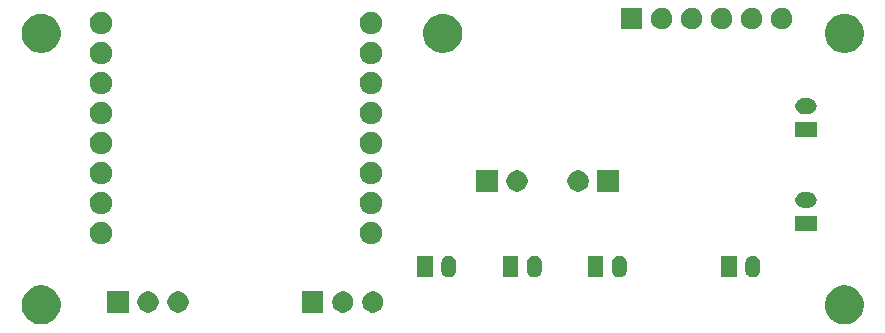
<source format=gbr>
G04 #@! TF.GenerationSoftware,KiCad,Pcbnew,(5.1.5)-3*
G04 #@! TF.CreationDate,2021-03-08T13:26:00+00:00*
G04 #@! TF.ProjectId,ESP8266ControllerCircuit,45535038-3236-4364-936f-6e74726f6c6c,rev?*
G04 #@! TF.SameCoordinates,Original*
G04 #@! TF.FileFunction,Soldermask,Bot*
G04 #@! TF.FilePolarity,Negative*
%FSLAX46Y46*%
G04 Gerber Fmt 4.6, Leading zero omitted, Abs format (unit mm)*
G04 Created by KiCad (PCBNEW (5.1.5)-3) date 2021-03-08 13:26:00*
%MOMM*%
%LPD*%
G04 APERTURE LIST*
%ADD10C,0.100000*%
G04 APERTURE END LIST*
D10*
G36*
X144375256Y-126891298D02*
G01*
X144481579Y-126912447D01*
X144782042Y-127036903D01*
X145052451Y-127217585D01*
X145282415Y-127447549D01*
X145463097Y-127717958D01*
X145574616Y-127987188D01*
X145587553Y-128018422D01*
X145651000Y-128337389D01*
X145651000Y-128662611D01*
X145618827Y-128824353D01*
X145587553Y-128981579D01*
X145463097Y-129282042D01*
X145282415Y-129552451D01*
X145052451Y-129782415D01*
X144782042Y-129963097D01*
X144481579Y-130087553D01*
X144375256Y-130108702D01*
X144162611Y-130151000D01*
X143837389Y-130151000D01*
X143624744Y-130108702D01*
X143518421Y-130087553D01*
X143217958Y-129963097D01*
X142947549Y-129782415D01*
X142717585Y-129552451D01*
X142536903Y-129282042D01*
X142412447Y-128981579D01*
X142381173Y-128824353D01*
X142349000Y-128662611D01*
X142349000Y-128337389D01*
X142412447Y-128018422D01*
X142425385Y-127987188D01*
X142536903Y-127717958D01*
X142717585Y-127447549D01*
X142947549Y-127217585D01*
X143217958Y-127036903D01*
X143518421Y-126912447D01*
X143624744Y-126891298D01*
X143837389Y-126849000D01*
X144162611Y-126849000D01*
X144375256Y-126891298D01*
G37*
G36*
X76375256Y-126891298D02*
G01*
X76481579Y-126912447D01*
X76782042Y-127036903D01*
X77052451Y-127217585D01*
X77282415Y-127447549D01*
X77463097Y-127717958D01*
X77574616Y-127987188D01*
X77587553Y-128018422D01*
X77651000Y-128337389D01*
X77651000Y-128662611D01*
X77618827Y-128824353D01*
X77587553Y-128981579D01*
X77463097Y-129282042D01*
X77282415Y-129552451D01*
X77052451Y-129782415D01*
X76782042Y-129963097D01*
X76481579Y-130087553D01*
X76375256Y-130108702D01*
X76162611Y-130151000D01*
X75837389Y-130151000D01*
X75624744Y-130108702D01*
X75518421Y-130087553D01*
X75217958Y-129963097D01*
X74947549Y-129782415D01*
X74717585Y-129552451D01*
X74536903Y-129282042D01*
X74412447Y-128981579D01*
X74381173Y-128824353D01*
X74349000Y-128662611D01*
X74349000Y-128337389D01*
X74412447Y-128018422D01*
X74425385Y-127987188D01*
X74536903Y-127717958D01*
X74717585Y-127447549D01*
X74947549Y-127217585D01*
X75217958Y-127036903D01*
X75518421Y-126912447D01*
X75624744Y-126891298D01*
X75837389Y-126849000D01*
X76162611Y-126849000D01*
X76375256Y-126891298D01*
G37*
G36*
X87693512Y-127353927D02*
G01*
X87842812Y-127383624D01*
X88006784Y-127451544D01*
X88154354Y-127550147D01*
X88279853Y-127675646D01*
X88378456Y-127823216D01*
X88446376Y-127987188D01*
X88481000Y-128161259D01*
X88481000Y-128338741D01*
X88446376Y-128512812D01*
X88378456Y-128676784D01*
X88279853Y-128824354D01*
X88154354Y-128949853D01*
X88006784Y-129048456D01*
X87842812Y-129116376D01*
X87693512Y-129146073D01*
X87668742Y-129151000D01*
X87491258Y-129151000D01*
X87466488Y-129146073D01*
X87317188Y-129116376D01*
X87153216Y-129048456D01*
X87005646Y-128949853D01*
X86880147Y-128824354D01*
X86781544Y-128676784D01*
X86713624Y-128512812D01*
X86679000Y-128338741D01*
X86679000Y-128161259D01*
X86713624Y-127987188D01*
X86781544Y-127823216D01*
X86880147Y-127675646D01*
X87005646Y-127550147D01*
X87153216Y-127451544D01*
X87317188Y-127383624D01*
X87466488Y-127353927D01*
X87491258Y-127349000D01*
X87668742Y-127349000D01*
X87693512Y-127353927D01*
G37*
G36*
X85153512Y-127353927D02*
G01*
X85302812Y-127383624D01*
X85466784Y-127451544D01*
X85614354Y-127550147D01*
X85739853Y-127675646D01*
X85838456Y-127823216D01*
X85906376Y-127987188D01*
X85941000Y-128161259D01*
X85941000Y-128338741D01*
X85906376Y-128512812D01*
X85838456Y-128676784D01*
X85739853Y-128824354D01*
X85614354Y-128949853D01*
X85466784Y-129048456D01*
X85302812Y-129116376D01*
X85153512Y-129146073D01*
X85128742Y-129151000D01*
X84951258Y-129151000D01*
X84926488Y-129146073D01*
X84777188Y-129116376D01*
X84613216Y-129048456D01*
X84465646Y-128949853D01*
X84340147Y-128824354D01*
X84241544Y-128676784D01*
X84173624Y-128512812D01*
X84139000Y-128338741D01*
X84139000Y-128161259D01*
X84173624Y-127987188D01*
X84241544Y-127823216D01*
X84340147Y-127675646D01*
X84465646Y-127550147D01*
X84613216Y-127451544D01*
X84777188Y-127383624D01*
X84926488Y-127353927D01*
X84951258Y-127349000D01*
X85128742Y-127349000D01*
X85153512Y-127353927D01*
G37*
G36*
X83401000Y-129151000D02*
G01*
X81599000Y-129151000D01*
X81599000Y-127349000D01*
X83401000Y-127349000D01*
X83401000Y-129151000D01*
G37*
G36*
X104193512Y-127353927D02*
G01*
X104342812Y-127383624D01*
X104506784Y-127451544D01*
X104654354Y-127550147D01*
X104779853Y-127675646D01*
X104878456Y-127823216D01*
X104946376Y-127987188D01*
X104981000Y-128161259D01*
X104981000Y-128338741D01*
X104946376Y-128512812D01*
X104878456Y-128676784D01*
X104779853Y-128824354D01*
X104654354Y-128949853D01*
X104506784Y-129048456D01*
X104342812Y-129116376D01*
X104193512Y-129146073D01*
X104168742Y-129151000D01*
X103991258Y-129151000D01*
X103966488Y-129146073D01*
X103817188Y-129116376D01*
X103653216Y-129048456D01*
X103505646Y-128949853D01*
X103380147Y-128824354D01*
X103281544Y-128676784D01*
X103213624Y-128512812D01*
X103179000Y-128338741D01*
X103179000Y-128161259D01*
X103213624Y-127987188D01*
X103281544Y-127823216D01*
X103380147Y-127675646D01*
X103505646Y-127550147D01*
X103653216Y-127451544D01*
X103817188Y-127383624D01*
X103966488Y-127353927D01*
X103991258Y-127349000D01*
X104168742Y-127349000D01*
X104193512Y-127353927D01*
G37*
G36*
X101653512Y-127353927D02*
G01*
X101802812Y-127383624D01*
X101966784Y-127451544D01*
X102114354Y-127550147D01*
X102239853Y-127675646D01*
X102338456Y-127823216D01*
X102406376Y-127987188D01*
X102441000Y-128161259D01*
X102441000Y-128338741D01*
X102406376Y-128512812D01*
X102338456Y-128676784D01*
X102239853Y-128824354D01*
X102114354Y-128949853D01*
X101966784Y-129048456D01*
X101802812Y-129116376D01*
X101653512Y-129146073D01*
X101628742Y-129151000D01*
X101451258Y-129151000D01*
X101426488Y-129146073D01*
X101277188Y-129116376D01*
X101113216Y-129048456D01*
X100965646Y-128949853D01*
X100840147Y-128824354D01*
X100741544Y-128676784D01*
X100673624Y-128512812D01*
X100639000Y-128338741D01*
X100639000Y-128161259D01*
X100673624Y-127987188D01*
X100741544Y-127823216D01*
X100840147Y-127675646D01*
X100965646Y-127550147D01*
X101113216Y-127451544D01*
X101277188Y-127383624D01*
X101426488Y-127353927D01*
X101451258Y-127349000D01*
X101628742Y-127349000D01*
X101653512Y-127353927D01*
G37*
G36*
X99901000Y-129151000D02*
G01*
X98099000Y-129151000D01*
X98099000Y-127349000D01*
X99901000Y-127349000D01*
X99901000Y-129151000D01*
G37*
G36*
X136377617Y-124358420D02*
G01*
X136468403Y-124385960D01*
X136500335Y-124395646D01*
X136613424Y-124456094D01*
X136712554Y-124537447D01*
X136793906Y-124636575D01*
X136854354Y-124749664D01*
X136864040Y-124781596D01*
X136891580Y-124872382D01*
X136901000Y-124968027D01*
X136901000Y-125531973D01*
X136891580Y-125627618D01*
X136864040Y-125718404D01*
X136854354Y-125750336D01*
X136793906Y-125863425D01*
X136712554Y-125962554D01*
X136613425Y-126043906D01*
X136500336Y-126104354D01*
X136468404Y-126114040D01*
X136377618Y-126141580D01*
X136250000Y-126154149D01*
X136122383Y-126141580D01*
X136031597Y-126114040D01*
X135999665Y-126104354D01*
X135886576Y-126043906D01*
X135787447Y-125962553D01*
X135706094Y-125863425D01*
X135645646Y-125750336D01*
X135635960Y-125718404D01*
X135608420Y-125627618D01*
X135599000Y-125531973D01*
X135599000Y-124968028D01*
X135608420Y-124872383D01*
X135645645Y-124749669D01*
X135645646Y-124749665D01*
X135706094Y-124636576D01*
X135787447Y-124537446D01*
X135886575Y-124456094D01*
X135999664Y-124395646D01*
X136031596Y-124385960D01*
X136122382Y-124358420D01*
X136250000Y-124345851D01*
X136377617Y-124358420D01*
G37*
G36*
X110627617Y-124358420D02*
G01*
X110718403Y-124385960D01*
X110750335Y-124395646D01*
X110863424Y-124456094D01*
X110962554Y-124537447D01*
X111043906Y-124636575D01*
X111104354Y-124749664D01*
X111114040Y-124781596D01*
X111141580Y-124872382D01*
X111151000Y-124968027D01*
X111151000Y-125531973D01*
X111141580Y-125627618D01*
X111114040Y-125718404D01*
X111104354Y-125750336D01*
X111043906Y-125863425D01*
X110962554Y-125962554D01*
X110863425Y-126043906D01*
X110750336Y-126104354D01*
X110718404Y-126114040D01*
X110627618Y-126141580D01*
X110500000Y-126154149D01*
X110372383Y-126141580D01*
X110281597Y-126114040D01*
X110249665Y-126104354D01*
X110136576Y-126043906D01*
X110037447Y-125962553D01*
X109956094Y-125863425D01*
X109895646Y-125750336D01*
X109885960Y-125718404D01*
X109858420Y-125627618D01*
X109849000Y-125531973D01*
X109849000Y-124968028D01*
X109858420Y-124872383D01*
X109895645Y-124749669D01*
X109895646Y-124749665D01*
X109956094Y-124636576D01*
X110037447Y-124537446D01*
X110136575Y-124456094D01*
X110249664Y-124395646D01*
X110281596Y-124385960D01*
X110372382Y-124358420D01*
X110500000Y-124345851D01*
X110627617Y-124358420D01*
G37*
G36*
X117877617Y-124358420D02*
G01*
X117968403Y-124385960D01*
X118000335Y-124395646D01*
X118113424Y-124456094D01*
X118212554Y-124537447D01*
X118293906Y-124636575D01*
X118354354Y-124749664D01*
X118364040Y-124781596D01*
X118391580Y-124872382D01*
X118401000Y-124968027D01*
X118401000Y-125531973D01*
X118391580Y-125627618D01*
X118364040Y-125718404D01*
X118354354Y-125750336D01*
X118293906Y-125863425D01*
X118212554Y-125962554D01*
X118113425Y-126043906D01*
X118000336Y-126104354D01*
X117968404Y-126114040D01*
X117877618Y-126141580D01*
X117750000Y-126154149D01*
X117622383Y-126141580D01*
X117531597Y-126114040D01*
X117499665Y-126104354D01*
X117386576Y-126043906D01*
X117287447Y-125962553D01*
X117206094Y-125863425D01*
X117145646Y-125750336D01*
X117135960Y-125718404D01*
X117108420Y-125627618D01*
X117099000Y-125531973D01*
X117099000Y-124968028D01*
X117108420Y-124872383D01*
X117145645Y-124749669D01*
X117145646Y-124749665D01*
X117206094Y-124636576D01*
X117287447Y-124537446D01*
X117386575Y-124456094D01*
X117499664Y-124395646D01*
X117531596Y-124385960D01*
X117622382Y-124358420D01*
X117750000Y-124345851D01*
X117877617Y-124358420D01*
G37*
G36*
X125077617Y-124358420D02*
G01*
X125168403Y-124385960D01*
X125200335Y-124395646D01*
X125313424Y-124456094D01*
X125412554Y-124537447D01*
X125493906Y-124636575D01*
X125554354Y-124749664D01*
X125564040Y-124781596D01*
X125591580Y-124872382D01*
X125601000Y-124968027D01*
X125601000Y-125531973D01*
X125591580Y-125627618D01*
X125564040Y-125718404D01*
X125554354Y-125750336D01*
X125493906Y-125863425D01*
X125412554Y-125962554D01*
X125313425Y-126043906D01*
X125200336Y-126104354D01*
X125168404Y-126114040D01*
X125077618Y-126141580D01*
X124950000Y-126154149D01*
X124822383Y-126141580D01*
X124731597Y-126114040D01*
X124699665Y-126104354D01*
X124586576Y-126043906D01*
X124487447Y-125962553D01*
X124406094Y-125863425D01*
X124345646Y-125750336D01*
X124335960Y-125718404D01*
X124308420Y-125627618D01*
X124299000Y-125531973D01*
X124299000Y-124968028D01*
X124308420Y-124872383D01*
X124345645Y-124749669D01*
X124345646Y-124749665D01*
X124406094Y-124636576D01*
X124487447Y-124537446D01*
X124586575Y-124456094D01*
X124699664Y-124395646D01*
X124731596Y-124385960D01*
X124822382Y-124358420D01*
X124950000Y-124345851D01*
X125077617Y-124358420D01*
G37*
G36*
X134901000Y-126151000D02*
G01*
X133599000Y-126151000D01*
X133599000Y-124349000D01*
X134901000Y-124349000D01*
X134901000Y-126151000D01*
G37*
G36*
X116401000Y-126151000D02*
G01*
X115099000Y-126151000D01*
X115099000Y-124349000D01*
X116401000Y-124349000D01*
X116401000Y-126151000D01*
G37*
G36*
X123601000Y-126151000D02*
G01*
X122299000Y-126151000D01*
X122299000Y-124349000D01*
X123601000Y-124349000D01*
X123601000Y-126151000D01*
G37*
G36*
X109151000Y-126151000D02*
G01*
X107849000Y-126151000D01*
X107849000Y-124349000D01*
X109151000Y-124349000D01*
X109151000Y-126151000D01*
G37*
G36*
X104207395Y-121475546D02*
G01*
X104380466Y-121547234D01*
X104380467Y-121547235D01*
X104536227Y-121651310D01*
X104668690Y-121783773D01*
X104668691Y-121783775D01*
X104772766Y-121939534D01*
X104844454Y-122112605D01*
X104881000Y-122296333D01*
X104881000Y-122483667D01*
X104844454Y-122667395D01*
X104772766Y-122840466D01*
X104772765Y-122840467D01*
X104668690Y-122996227D01*
X104536227Y-123128690D01*
X104457818Y-123181081D01*
X104380466Y-123232766D01*
X104207395Y-123304454D01*
X104023667Y-123341000D01*
X103836333Y-123341000D01*
X103652605Y-123304454D01*
X103479534Y-123232766D01*
X103402182Y-123181081D01*
X103323773Y-123128690D01*
X103191310Y-122996227D01*
X103087235Y-122840467D01*
X103087234Y-122840466D01*
X103015546Y-122667395D01*
X102979000Y-122483667D01*
X102979000Y-122296333D01*
X103015546Y-122112605D01*
X103087234Y-121939534D01*
X103191309Y-121783775D01*
X103191310Y-121783773D01*
X103323773Y-121651310D01*
X103479533Y-121547235D01*
X103479534Y-121547234D01*
X103652605Y-121475546D01*
X103836333Y-121439000D01*
X104023667Y-121439000D01*
X104207395Y-121475546D01*
G37*
G36*
X81347395Y-121475546D02*
G01*
X81520466Y-121547234D01*
X81520467Y-121547235D01*
X81676227Y-121651310D01*
X81808690Y-121783773D01*
X81808691Y-121783775D01*
X81912766Y-121939534D01*
X81984454Y-122112605D01*
X82021000Y-122296333D01*
X82021000Y-122483667D01*
X81984454Y-122667395D01*
X81912766Y-122840466D01*
X81912765Y-122840467D01*
X81808690Y-122996227D01*
X81676227Y-123128690D01*
X81597818Y-123181081D01*
X81520466Y-123232766D01*
X81347395Y-123304454D01*
X81163667Y-123341000D01*
X80976333Y-123341000D01*
X80792605Y-123304454D01*
X80619534Y-123232766D01*
X80542182Y-123181081D01*
X80463773Y-123128690D01*
X80331310Y-122996227D01*
X80227235Y-122840467D01*
X80227234Y-122840466D01*
X80155546Y-122667395D01*
X80119000Y-122483667D01*
X80119000Y-122296333D01*
X80155546Y-122112605D01*
X80227234Y-121939534D01*
X80331309Y-121783775D01*
X80331310Y-121783773D01*
X80463773Y-121651310D01*
X80619533Y-121547235D01*
X80619534Y-121547234D01*
X80792605Y-121475546D01*
X80976333Y-121439000D01*
X81163667Y-121439000D01*
X81347395Y-121475546D01*
G37*
G36*
X141651000Y-122251000D02*
G01*
X139849000Y-122251000D01*
X139849000Y-120949000D01*
X141651000Y-120949000D01*
X141651000Y-122251000D01*
G37*
G36*
X81347395Y-118935546D02*
G01*
X81520466Y-119007234D01*
X81520467Y-119007235D01*
X81676227Y-119111310D01*
X81808690Y-119243773D01*
X81808691Y-119243775D01*
X81912766Y-119399534D01*
X81984454Y-119572605D01*
X82021000Y-119756333D01*
X82021000Y-119943667D01*
X81984454Y-120127395D01*
X81912766Y-120300466D01*
X81912765Y-120300467D01*
X81808690Y-120456227D01*
X81676227Y-120588690D01*
X81597818Y-120641081D01*
X81520466Y-120692766D01*
X81347395Y-120764454D01*
X81163667Y-120801000D01*
X80976333Y-120801000D01*
X80792605Y-120764454D01*
X80619534Y-120692766D01*
X80542182Y-120641081D01*
X80463773Y-120588690D01*
X80331310Y-120456227D01*
X80227235Y-120300467D01*
X80227234Y-120300466D01*
X80155546Y-120127395D01*
X80119000Y-119943667D01*
X80119000Y-119756333D01*
X80155546Y-119572605D01*
X80227234Y-119399534D01*
X80331309Y-119243775D01*
X80331310Y-119243773D01*
X80463773Y-119111310D01*
X80619533Y-119007235D01*
X80619534Y-119007234D01*
X80792605Y-118935546D01*
X80976333Y-118899000D01*
X81163667Y-118899000D01*
X81347395Y-118935546D01*
G37*
G36*
X104207395Y-118935546D02*
G01*
X104380466Y-119007234D01*
X104380467Y-119007235D01*
X104536227Y-119111310D01*
X104668690Y-119243773D01*
X104668691Y-119243775D01*
X104772766Y-119399534D01*
X104844454Y-119572605D01*
X104881000Y-119756333D01*
X104881000Y-119943667D01*
X104844454Y-120127395D01*
X104772766Y-120300466D01*
X104772765Y-120300467D01*
X104668690Y-120456227D01*
X104536227Y-120588690D01*
X104457818Y-120641081D01*
X104380466Y-120692766D01*
X104207395Y-120764454D01*
X104023667Y-120801000D01*
X103836333Y-120801000D01*
X103652605Y-120764454D01*
X103479534Y-120692766D01*
X103402182Y-120641081D01*
X103323773Y-120588690D01*
X103191310Y-120456227D01*
X103087235Y-120300467D01*
X103087234Y-120300466D01*
X103015546Y-120127395D01*
X102979000Y-119943667D01*
X102979000Y-119756333D01*
X103015546Y-119572605D01*
X103087234Y-119399534D01*
X103191309Y-119243775D01*
X103191310Y-119243773D01*
X103323773Y-119111310D01*
X103479533Y-119007235D01*
X103479534Y-119007234D01*
X103652605Y-118935546D01*
X103836333Y-118899000D01*
X104023667Y-118899000D01*
X104207395Y-118935546D01*
G37*
G36*
X141063855Y-118952140D02*
G01*
X141127618Y-118958420D01*
X141218404Y-118985960D01*
X141250336Y-118995646D01*
X141363425Y-119056094D01*
X141462554Y-119137446D01*
X141543906Y-119236575D01*
X141604354Y-119349664D01*
X141604355Y-119349668D01*
X141641580Y-119472382D01*
X141654149Y-119600000D01*
X141641580Y-119727618D01*
X141614040Y-119818404D01*
X141604354Y-119850336D01*
X141543906Y-119963425D01*
X141462554Y-120062554D01*
X141363425Y-120143906D01*
X141250336Y-120204354D01*
X141218404Y-120214040D01*
X141127618Y-120241580D01*
X141063855Y-120247860D01*
X141031974Y-120251000D01*
X140468026Y-120251000D01*
X140436145Y-120247860D01*
X140372382Y-120241580D01*
X140281596Y-120214040D01*
X140249664Y-120204354D01*
X140136575Y-120143906D01*
X140037446Y-120062554D01*
X139956094Y-119963425D01*
X139895646Y-119850336D01*
X139885960Y-119818404D01*
X139858420Y-119727618D01*
X139845851Y-119600000D01*
X139858420Y-119472382D01*
X139895645Y-119349668D01*
X139895646Y-119349664D01*
X139956094Y-119236575D01*
X140037446Y-119137446D01*
X140136575Y-119056094D01*
X140249664Y-118995646D01*
X140281596Y-118985960D01*
X140372382Y-118958420D01*
X140436145Y-118952140D01*
X140468026Y-118949000D01*
X141031974Y-118949000D01*
X141063855Y-118952140D01*
G37*
G36*
X114651000Y-118901000D02*
G01*
X112849000Y-118901000D01*
X112849000Y-117099000D01*
X114651000Y-117099000D01*
X114651000Y-118901000D01*
G37*
G36*
X116403512Y-117103927D02*
G01*
X116552812Y-117133624D01*
X116716784Y-117201544D01*
X116864354Y-117300147D01*
X116989853Y-117425646D01*
X117088456Y-117573216D01*
X117156376Y-117737188D01*
X117191000Y-117911259D01*
X117191000Y-118088741D01*
X117156376Y-118262812D01*
X117088456Y-118426784D01*
X116989853Y-118574354D01*
X116864354Y-118699853D01*
X116716784Y-118798456D01*
X116552812Y-118866376D01*
X116403512Y-118896073D01*
X116378742Y-118901000D01*
X116201258Y-118901000D01*
X116176488Y-118896073D01*
X116027188Y-118866376D01*
X115863216Y-118798456D01*
X115715646Y-118699853D01*
X115590147Y-118574354D01*
X115491544Y-118426784D01*
X115423624Y-118262812D01*
X115389000Y-118088741D01*
X115389000Y-117911259D01*
X115423624Y-117737188D01*
X115491544Y-117573216D01*
X115590147Y-117425646D01*
X115715646Y-117300147D01*
X115863216Y-117201544D01*
X116027188Y-117133624D01*
X116176488Y-117103927D01*
X116201258Y-117099000D01*
X116378742Y-117099000D01*
X116403512Y-117103927D01*
G37*
G36*
X121573512Y-117103927D02*
G01*
X121722812Y-117133624D01*
X121886784Y-117201544D01*
X122034354Y-117300147D01*
X122159853Y-117425646D01*
X122258456Y-117573216D01*
X122326376Y-117737188D01*
X122361000Y-117911259D01*
X122361000Y-118088741D01*
X122326376Y-118262812D01*
X122258456Y-118426784D01*
X122159853Y-118574354D01*
X122034354Y-118699853D01*
X121886784Y-118798456D01*
X121722812Y-118866376D01*
X121573512Y-118896073D01*
X121548742Y-118901000D01*
X121371258Y-118901000D01*
X121346488Y-118896073D01*
X121197188Y-118866376D01*
X121033216Y-118798456D01*
X120885646Y-118699853D01*
X120760147Y-118574354D01*
X120661544Y-118426784D01*
X120593624Y-118262812D01*
X120559000Y-118088741D01*
X120559000Y-117911259D01*
X120593624Y-117737188D01*
X120661544Y-117573216D01*
X120760147Y-117425646D01*
X120885646Y-117300147D01*
X121033216Y-117201544D01*
X121197188Y-117133624D01*
X121346488Y-117103927D01*
X121371258Y-117099000D01*
X121548742Y-117099000D01*
X121573512Y-117103927D01*
G37*
G36*
X124901000Y-118901000D02*
G01*
X123099000Y-118901000D01*
X123099000Y-117099000D01*
X124901000Y-117099000D01*
X124901000Y-118901000D01*
G37*
G36*
X81347395Y-116395546D02*
G01*
X81520466Y-116467234D01*
X81520467Y-116467235D01*
X81676227Y-116571310D01*
X81808690Y-116703773D01*
X81808691Y-116703775D01*
X81912766Y-116859534D01*
X81984454Y-117032605D01*
X82021000Y-117216333D01*
X82021000Y-117403667D01*
X81984454Y-117587395D01*
X81912766Y-117760466D01*
X81912765Y-117760467D01*
X81808690Y-117916227D01*
X81676227Y-118048690D01*
X81616286Y-118088741D01*
X81520466Y-118152766D01*
X81347395Y-118224454D01*
X81163667Y-118261000D01*
X80976333Y-118261000D01*
X80792605Y-118224454D01*
X80619534Y-118152766D01*
X80523714Y-118088741D01*
X80463773Y-118048690D01*
X80331310Y-117916227D01*
X80227235Y-117760467D01*
X80227234Y-117760466D01*
X80155546Y-117587395D01*
X80119000Y-117403667D01*
X80119000Y-117216333D01*
X80155546Y-117032605D01*
X80227234Y-116859534D01*
X80331309Y-116703775D01*
X80331310Y-116703773D01*
X80463773Y-116571310D01*
X80619533Y-116467235D01*
X80619534Y-116467234D01*
X80792605Y-116395546D01*
X80976333Y-116359000D01*
X81163667Y-116359000D01*
X81347395Y-116395546D01*
G37*
G36*
X104207395Y-116395546D02*
G01*
X104380466Y-116467234D01*
X104380467Y-116467235D01*
X104536227Y-116571310D01*
X104668690Y-116703773D01*
X104668691Y-116703775D01*
X104772766Y-116859534D01*
X104844454Y-117032605D01*
X104881000Y-117216333D01*
X104881000Y-117403667D01*
X104844454Y-117587395D01*
X104772766Y-117760466D01*
X104772765Y-117760467D01*
X104668690Y-117916227D01*
X104536227Y-118048690D01*
X104476286Y-118088741D01*
X104380466Y-118152766D01*
X104207395Y-118224454D01*
X104023667Y-118261000D01*
X103836333Y-118261000D01*
X103652605Y-118224454D01*
X103479534Y-118152766D01*
X103383714Y-118088741D01*
X103323773Y-118048690D01*
X103191310Y-117916227D01*
X103087235Y-117760467D01*
X103087234Y-117760466D01*
X103015546Y-117587395D01*
X102979000Y-117403667D01*
X102979000Y-117216333D01*
X103015546Y-117032605D01*
X103087234Y-116859534D01*
X103191309Y-116703775D01*
X103191310Y-116703773D01*
X103323773Y-116571310D01*
X103479533Y-116467235D01*
X103479534Y-116467234D01*
X103652605Y-116395546D01*
X103836333Y-116359000D01*
X104023667Y-116359000D01*
X104207395Y-116395546D01*
G37*
G36*
X81347395Y-113855546D02*
G01*
X81520466Y-113927234D01*
X81520467Y-113927235D01*
X81676227Y-114031310D01*
X81808690Y-114163773D01*
X81808691Y-114163775D01*
X81912766Y-114319534D01*
X81984454Y-114492605D01*
X82021000Y-114676333D01*
X82021000Y-114863667D01*
X81984454Y-115047395D01*
X81912766Y-115220466D01*
X81912765Y-115220467D01*
X81808690Y-115376227D01*
X81676227Y-115508690D01*
X81597818Y-115561081D01*
X81520466Y-115612766D01*
X81347395Y-115684454D01*
X81163667Y-115721000D01*
X80976333Y-115721000D01*
X80792605Y-115684454D01*
X80619534Y-115612766D01*
X80542182Y-115561081D01*
X80463773Y-115508690D01*
X80331310Y-115376227D01*
X80227235Y-115220467D01*
X80227234Y-115220466D01*
X80155546Y-115047395D01*
X80119000Y-114863667D01*
X80119000Y-114676333D01*
X80155546Y-114492605D01*
X80227234Y-114319534D01*
X80331309Y-114163775D01*
X80331310Y-114163773D01*
X80463773Y-114031310D01*
X80619533Y-113927235D01*
X80619534Y-113927234D01*
X80792605Y-113855546D01*
X80976333Y-113819000D01*
X81163667Y-113819000D01*
X81347395Y-113855546D01*
G37*
G36*
X104207395Y-113855546D02*
G01*
X104380466Y-113927234D01*
X104380467Y-113927235D01*
X104536227Y-114031310D01*
X104668690Y-114163773D01*
X104668691Y-114163775D01*
X104772766Y-114319534D01*
X104844454Y-114492605D01*
X104881000Y-114676333D01*
X104881000Y-114863667D01*
X104844454Y-115047395D01*
X104772766Y-115220466D01*
X104772765Y-115220467D01*
X104668690Y-115376227D01*
X104536227Y-115508690D01*
X104457818Y-115561081D01*
X104380466Y-115612766D01*
X104207395Y-115684454D01*
X104023667Y-115721000D01*
X103836333Y-115721000D01*
X103652605Y-115684454D01*
X103479534Y-115612766D01*
X103402182Y-115561081D01*
X103323773Y-115508690D01*
X103191310Y-115376227D01*
X103087235Y-115220467D01*
X103087234Y-115220466D01*
X103015546Y-115047395D01*
X102979000Y-114863667D01*
X102979000Y-114676333D01*
X103015546Y-114492605D01*
X103087234Y-114319534D01*
X103191309Y-114163775D01*
X103191310Y-114163773D01*
X103323773Y-114031310D01*
X103479533Y-113927235D01*
X103479534Y-113927234D01*
X103652605Y-113855546D01*
X103836333Y-113819000D01*
X104023667Y-113819000D01*
X104207395Y-113855546D01*
G37*
G36*
X141651000Y-114301000D02*
G01*
X139849000Y-114301000D01*
X139849000Y-112999000D01*
X141651000Y-112999000D01*
X141651000Y-114301000D01*
G37*
G36*
X81347395Y-111315546D02*
G01*
X81520466Y-111387234D01*
X81597818Y-111438919D01*
X81676227Y-111491310D01*
X81808690Y-111623773D01*
X81808691Y-111623775D01*
X81912766Y-111779534D01*
X81984454Y-111952605D01*
X82021000Y-112136333D01*
X82021000Y-112323667D01*
X81984454Y-112507395D01*
X81912766Y-112680466D01*
X81912765Y-112680467D01*
X81808690Y-112836227D01*
X81676227Y-112968690D01*
X81597818Y-113021081D01*
X81520466Y-113072766D01*
X81347395Y-113144454D01*
X81163667Y-113181000D01*
X80976333Y-113181000D01*
X80792605Y-113144454D01*
X80619534Y-113072766D01*
X80542182Y-113021081D01*
X80463773Y-112968690D01*
X80331310Y-112836227D01*
X80227235Y-112680467D01*
X80227234Y-112680466D01*
X80155546Y-112507395D01*
X80119000Y-112323667D01*
X80119000Y-112136333D01*
X80155546Y-111952605D01*
X80227234Y-111779534D01*
X80331309Y-111623775D01*
X80331310Y-111623773D01*
X80463773Y-111491310D01*
X80542182Y-111438919D01*
X80619534Y-111387234D01*
X80792605Y-111315546D01*
X80976333Y-111279000D01*
X81163667Y-111279000D01*
X81347395Y-111315546D01*
G37*
G36*
X104207395Y-111315546D02*
G01*
X104380466Y-111387234D01*
X104457818Y-111438919D01*
X104536227Y-111491310D01*
X104668690Y-111623773D01*
X104668691Y-111623775D01*
X104772766Y-111779534D01*
X104844454Y-111952605D01*
X104881000Y-112136333D01*
X104881000Y-112323667D01*
X104844454Y-112507395D01*
X104772766Y-112680466D01*
X104772765Y-112680467D01*
X104668690Y-112836227D01*
X104536227Y-112968690D01*
X104457818Y-113021081D01*
X104380466Y-113072766D01*
X104207395Y-113144454D01*
X104023667Y-113181000D01*
X103836333Y-113181000D01*
X103652605Y-113144454D01*
X103479534Y-113072766D01*
X103402182Y-113021081D01*
X103323773Y-112968690D01*
X103191310Y-112836227D01*
X103087235Y-112680467D01*
X103087234Y-112680466D01*
X103015546Y-112507395D01*
X102979000Y-112323667D01*
X102979000Y-112136333D01*
X103015546Y-111952605D01*
X103087234Y-111779534D01*
X103191309Y-111623775D01*
X103191310Y-111623773D01*
X103323773Y-111491310D01*
X103402182Y-111438919D01*
X103479534Y-111387234D01*
X103652605Y-111315546D01*
X103836333Y-111279000D01*
X104023667Y-111279000D01*
X104207395Y-111315546D01*
G37*
G36*
X141063855Y-111002140D02*
G01*
X141127618Y-111008420D01*
X141218404Y-111035960D01*
X141250336Y-111045646D01*
X141363425Y-111106094D01*
X141462554Y-111187446D01*
X141543906Y-111286575D01*
X141604354Y-111399664D01*
X141604355Y-111399668D01*
X141641580Y-111522382D01*
X141654149Y-111650000D01*
X141641580Y-111777618D01*
X141614040Y-111868404D01*
X141604354Y-111900336D01*
X141543906Y-112013425D01*
X141462554Y-112112554D01*
X141363425Y-112193906D01*
X141250336Y-112254354D01*
X141218404Y-112264040D01*
X141127618Y-112291580D01*
X141063855Y-112297860D01*
X141031974Y-112301000D01*
X140468026Y-112301000D01*
X140436145Y-112297860D01*
X140372382Y-112291580D01*
X140281596Y-112264040D01*
X140249664Y-112254354D01*
X140136575Y-112193906D01*
X140037446Y-112112554D01*
X139956094Y-112013425D01*
X139895646Y-111900336D01*
X139885960Y-111868404D01*
X139858420Y-111777618D01*
X139845851Y-111650000D01*
X139858420Y-111522382D01*
X139895645Y-111399668D01*
X139895646Y-111399664D01*
X139956094Y-111286575D01*
X140037446Y-111187446D01*
X140136575Y-111106094D01*
X140249664Y-111045646D01*
X140281596Y-111035960D01*
X140372382Y-111008420D01*
X140436145Y-111002140D01*
X140468026Y-110999000D01*
X141031974Y-110999000D01*
X141063855Y-111002140D01*
G37*
G36*
X81347395Y-108775546D02*
G01*
X81520466Y-108847234D01*
X81520467Y-108847235D01*
X81676227Y-108951310D01*
X81808690Y-109083773D01*
X81808691Y-109083775D01*
X81912766Y-109239534D01*
X81984454Y-109412605D01*
X82021000Y-109596333D01*
X82021000Y-109783667D01*
X81984454Y-109967395D01*
X81912766Y-110140466D01*
X81912765Y-110140467D01*
X81808690Y-110296227D01*
X81676227Y-110428690D01*
X81597818Y-110481081D01*
X81520466Y-110532766D01*
X81347395Y-110604454D01*
X81163667Y-110641000D01*
X80976333Y-110641000D01*
X80792605Y-110604454D01*
X80619534Y-110532766D01*
X80542182Y-110481081D01*
X80463773Y-110428690D01*
X80331310Y-110296227D01*
X80227235Y-110140467D01*
X80227234Y-110140466D01*
X80155546Y-109967395D01*
X80119000Y-109783667D01*
X80119000Y-109596333D01*
X80155546Y-109412605D01*
X80227234Y-109239534D01*
X80331309Y-109083775D01*
X80331310Y-109083773D01*
X80463773Y-108951310D01*
X80619533Y-108847235D01*
X80619534Y-108847234D01*
X80792605Y-108775546D01*
X80976333Y-108739000D01*
X81163667Y-108739000D01*
X81347395Y-108775546D01*
G37*
G36*
X104207395Y-108775546D02*
G01*
X104380466Y-108847234D01*
X104380467Y-108847235D01*
X104536227Y-108951310D01*
X104668690Y-109083773D01*
X104668691Y-109083775D01*
X104772766Y-109239534D01*
X104844454Y-109412605D01*
X104881000Y-109596333D01*
X104881000Y-109783667D01*
X104844454Y-109967395D01*
X104772766Y-110140466D01*
X104772765Y-110140467D01*
X104668690Y-110296227D01*
X104536227Y-110428690D01*
X104457818Y-110481081D01*
X104380466Y-110532766D01*
X104207395Y-110604454D01*
X104023667Y-110641000D01*
X103836333Y-110641000D01*
X103652605Y-110604454D01*
X103479534Y-110532766D01*
X103402182Y-110481081D01*
X103323773Y-110428690D01*
X103191310Y-110296227D01*
X103087235Y-110140467D01*
X103087234Y-110140466D01*
X103015546Y-109967395D01*
X102979000Y-109783667D01*
X102979000Y-109596333D01*
X103015546Y-109412605D01*
X103087234Y-109239534D01*
X103191309Y-109083775D01*
X103191310Y-109083773D01*
X103323773Y-108951310D01*
X103479533Y-108847235D01*
X103479534Y-108847234D01*
X103652605Y-108775546D01*
X103836333Y-108739000D01*
X104023667Y-108739000D01*
X104207395Y-108775546D01*
G37*
G36*
X81347395Y-106235546D02*
G01*
X81520466Y-106307234D01*
X81520467Y-106307235D01*
X81676227Y-106411310D01*
X81808690Y-106543773D01*
X81808691Y-106543775D01*
X81912766Y-106699534D01*
X81984454Y-106872605D01*
X82021000Y-107056333D01*
X82021000Y-107243667D01*
X81984454Y-107427395D01*
X81912766Y-107600466D01*
X81912765Y-107600467D01*
X81808690Y-107756227D01*
X81676227Y-107888690D01*
X81597818Y-107941081D01*
X81520466Y-107992766D01*
X81347395Y-108064454D01*
X81163667Y-108101000D01*
X80976333Y-108101000D01*
X80792605Y-108064454D01*
X80619534Y-107992766D01*
X80542182Y-107941081D01*
X80463773Y-107888690D01*
X80331310Y-107756227D01*
X80227235Y-107600467D01*
X80227234Y-107600466D01*
X80155546Y-107427395D01*
X80119000Y-107243667D01*
X80119000Y-107056333D01*
X80155546Y-106872605D01*
X80227234Y-106699534D01*
X80331309Y-106543775D01*
X80331310Y-106543773D01*
X80463773Y-106411310D01*
X80619533Y-106307235D01*
X80619534Y-106307234D01*
X80792605Y-106235546D01*
X80976333Y-106199000D01*
X81163667Y-106199000D01*
X81347395Y-106235546D01*
G37*
G36*
X104207395Y-106235546D02*
G01*
X104380466Y-106307234D01*
X104380467Y-106307235D01*
X104536227Y-106411310D01*
X104668690Y-106543773D01*
X104668691Y-106543775D01*
X104772766Y-106699534D01*
X104844454Y-106872605D01*
X104881000Y-107056333D01*
X104881000Y-107243667D01*
X104844454Y-107427395D01*
X104772766Y-107600466D01*
X104772765Y-107600467D01*
X104668690Y-107756227D01*
X104536227Y-107888690D01*
X104457818Y-107941081D01*
X104380466Y-107992766D01*
X104207395Y-108064454D01*
X104023667Y-108101000D01*
X103836333Y-108101000D01*
X103652605Y-108064454D01*
X103479534Y-107992766D01*
X103402182Y-107941081D01*
X103323773Y-107888690D01*
X103191310Y-107756227D01*
X103087235Y-107600467D01*
X103087234Y-107600466D01*
X103015546Y-107427395D01*
X102979000Y-107243667D01*
X102979000Y-107056333D01*
X103015546Y-106872605D01*
X103087234Y-106699534D01*
X103191309Y-106543775D01*
X103191310Y-106543773D01*
X103323773Y-106411310D01*
X103479533Y-106307235D01*
X103479534Y-106307234D01*
X103652605Y-106235546D01*
X103836333Y-106199000D01*
X104023667Y-106199000D01*
X104207395Y-106235546D01*
G37*
G36*
X76375256Y-103891298D02*
G01*
X76481579Y-103912447D01*
X76782042Y-104036903D01*
X77052451Y-104217585D01*
X77282415Y-104447549D01*
X77463097Y-104717958D01*
X77587553Y-105018421D01*
X77651000Y-105337391D01*
X77651000Y-105662609D01*
X77587553Y-105981579D01*
X77463097Y-106282042D01*
X77282415Y-106552451D01*
X77052451Y-106782415D01*
X76782042Y-106963097D01*
X76481579Y-107087553D01*
X76375256Y-107108702D01*
X76162611Y-107151000D01*
X75837389Y-107151000D01*
X75624744Y-107108702D01*
X75518421Y-107087553D01*
X75217958Y-106963097D01*
X74947549Y-106782415D01*
X74717585Y-106552451D01*
X74536903Y-106282042D01*
X74412447Y-105981579D01*
X74349000Y-105662609D01*
X74349000Y-105337391D01*
X74412447Y-105018421D01*
X74536903Y-104717958D01*
X74717585Y-104447549D01*
X74947549Y-104217585D01*
X75217958Y-104036903D01*
X75518421Y-103912447D01*
X75624744Y-103891298D01*
X75837389Y-103849000D01*
X76162611Y-103849000D01*
X76375256Y-103891298D01*
G37*
G36*
X144375256Y-103891298D02*
G01*
X144481579Y-103912447D01*
X144782042Y-104036903D01*
X145052451Y-104217585D01*
X145282415Y-104447549D01*
X145463097Y-104717958D01*
X145587553Y-105018421D01*
X145651000Y-105337391D01*
X145651000Y-105662609D01*
X145587553Y-105981579D01*
X145463097Y-106282042D01*
X145282415Y-106552451D01*
X145052451Y-106782415D01*
X144782042Y-106963097D01*
X144481579Y-107087553D01*
X144375256Y-107108702D01*
X144162611Y-107151000D01*
X143837389Y-107151000D01*
X143624744Y-107108702D01*
X143518421Y-107087553D01*
X143217958Y-106963097D01*
X142947549Y-106782415D01*
X142717585Y-106552451D01*
X142536903Y-106282042D01*
X142412447Y-105981579D01*
X142349000Y-105662609D01*
X142349000Y-105337391D01*
X142412447Y-105018421D01*
X142536903Y-104717958D01*
X142717585Y-104447549D01*
X142947549Y-104217585D01*
X143217958Y-104036903D01*
X143518421Y-103912447D01*
X143624744Y-103891298D01*
X143837389Y-103849000D01*
X144162611Y-103849000D01*
X144375256Y-103891298D01*
G37*
G36*
X110375256Y-103891298D02*
G01*
X110481579Y-103912447D01*
X110782042Y-104036903D01*
X111052451Y-104217585D01*
X111282415Y-104447549D01*
X111463097Y-104717958D01*
X111587553Y-105018421D01*
X111651000Y-105337391D01*
X111651000Y-105662609D01*
X111587553Y-105981579D01*
X111463097Y-106282042D01*
X111282415Y-106552451D01*
X111052451Y-106782415D01*
X110782042Y-106963097D01*
X110481579Y-107087553D01*
X110375256Y-107108702D01*
X110162611Y-107151000D01*
X109837389Y-107151000D01*
X109624744Y-107108702D01*
X109518421Y-107087553D01*
X109217958Y-106963097D01*
X108947549Y-106782415D01*
X108717585Y-106552451D01*
X108536903Y-106282042D01*
X108412447Y-105981579D01*
X108349000Y-105662609D01*
X108349000Y-105337391D01*
X108412447Y-105018421D01*
X108536903Y-104717958D01*
X108717585Y-104447549D01*
X108947549Y-104217585D01*
X109217958Y-104036903D01*
X109518421Y-103912447D01*
X109624744Y-103891298D01*
X109837389Y-103849000D01*
X110162611Y-103849000D01*
X110375256Y-103891298D01*
G37*
G36*
X104207395Y-103695546D02*
G01*
X104380466Y-103767234D01*
X104380467Y-103767235D01*
X104536227Y-103871310D01*
X104668690Y-104003773D01*
X104721081Y-104082182D01*
X104772766Y-104159534D01*
X104844454Y-104332605D01*
X104881000Y-104516333D01*
X104881000Y-104703667D01*
X104844454Y-104887395D01*
X104772766Y-105060466D01*
X104772765Y-105060467D01*
X104668690Y-105216227D01*
X104536227Y-105348690D01*
X104457818Y-105401081D01*
X104380466Y-105452766D01*
X104207395Y-105524454D01*
X104023667Y-105561000D01*
X103836333Y-105561000D01*
X103652605Y-105524454D01*
X103479534Y-105452766D01*
X103402182Y-105401081D01*
X103323773Y-105348690D01*
X103191310Y-105216227D01*
X103087235Y-105060467D01*
X103087234Y-105060466D01*
X103015546Y-104887395D01*
X102979000Y-104703667D01*
X102979000Y-104516333D01*
X103015546Y-104332605D01*
X103087234Y-104159534D01*
X103138919Y-104082182D01*
X103191310Y-104003773D01*
X103323773Y-103871310D01*
X103479533Y-103767235D01*
X103479534Y-103767234D01*
X103652605Y-103695546D01*
X103836333Y-103659000D01*
X104023667Y-103659000D01*
X104207395Y-103695546D01*
G37*
G36*
X81347395Y-103695546D02*
G01*
X81520466Y-103767234D01*
X81520467Y-103767235D01*
X81676227Y-103871310D01*
X81808690Y-104003773D01*
X81861081Y-104082182D01*
X81912766Y-104159534D01*
X81984454Y-104332605D01*
X82021000Y-104516333D01*
X82021000Y-104703667D01*
X81984454Y-104887395D01*
X81912766Y-105060466D01*
X81912765Y-105060467D01*
X81808690Y-105216227D01*
X81676227Y-105348690D01*
X81597818Y-105401081D01*
X81520466Y-105452766D01*
X81347395Y-105524454D01*
X81163667Y-105561000D01*
X80976333Y-105561000D01*
X80792605Y-105524454D01*
X80619534Y-105452766D01*
X80542182Y-105401081D01*
X80463773Y-105348690D01*
X80331310Y-105216227D01*
X80227235Y-105060467D01*
X80227234Y-105060466D01*
X80155546Y-104887395D01*
X80119000Y-104703667D01*
X80119000Y-104516333D01*
X80155546Y-104332605D01*
X80227234Y-104159534D01*
X80278919Y-104082182D01*
X80331310Y-104003773D01*
X80463773Y-103871310D01*
X80619533Y-103767235D01*
X80619534Y-103767234D01*
X80792605Y-103695546D01*
X80976333Y-103659000D01*
X81163667Y-103659000D01*
X81347395Y-103695546D01*
G37*
G36*
X133733512Y-103353927D02*
G01*
X133882812Y-103383624D01*
X134046784Y-103451544D01*
X134194354Y-103550147D01*
X134319853Y-103675646D01*
X134418456Y-103823216D01*
X134486376Y-103987188D01*
X134521000Y-104161259D01*
X134521000Y-104338741D01*
X134486376Y-104512812D01*
X134418456Y-104676784D01*
X134319853Y-104824354D01*
X134194354Y-104949853D01*
X134046784Y-105048456D01*
X133882812Y-105116376D01*
X133733512Y-105146073D01*
X133708742Y-105151000D01*
X133531258Y-105151000D01*
X133506488Y-105146073D01*
X133357188Y-105116376D01*
X133193216Y-105048456D01*
X133045646Y-104949853D01*
X132920147Y-104824354D01*
X132821544Y-104676784D01*
X132753624Y-104512812D01*
X132719000Y-104338741D01*
X132719000Y-104161259D01*
X132753624Y-103987188D01*
X132821544Y-103823216D01*
X132920147Y-103675646D01*
X133045646Y-103550147D01*
X133193216Y-103451544D01*
X133357188Y-103383624D01*
X133506488Y-103353927D01*
X133531258Y-103349000D01*
X133708742Y-103349000D01*
X133733512Y-103353927D01*
G37*
G36*
X126901000Y-105151000D02*
G01*
X125099000Y-105151000D01*
X125099000Y-103349000D01*
X126901000Y-103349000D01*
X126901000Y-105151000D01*
G37*
G36*
X128653512Y-103353927D02*
G01*
X128802812Y-103383624D01*
X128966784Y-103451544D01*
X129114354Y-103550147D01*
X129239853Y-103675646D01*
X129338456Y-103823216D01*
X129406376Y-103987188D01*
X129441000Y-104161259D01*
X129441000Y-104338741D01*
X129406376Y-104512812D01*
X129338456Y-104676784D01*
X129239853Y-104824354D01*
X129114354Y-104949853D01*
X128966784Y-105048456D01*
X128802812Y-105116376D01*
X128653512Y-105146073D01*
X128628742Y-105151000D01*
X128451258Y-105151000D01*
X128426488Y-105146073D01*
X128277188Y-105116376D01*
X128113216Y-105048456D01*
X127965646Y-104949853D01*
X127840147Y-104824354D01*
X127741544Y-104676784D01*
X127673624Y-104512812D01*
X127639000Y-104338741D01*
X127639000Y-104161259D01*
X127673624Y-103987188D01*
X127741544Y-103823216D01*
X127840147Y-103675646D01*
X127965646Y-103550147D01*
X128113216Y-103451544D01*
X128277188Y-103383624D01*
X128426488Y-103353927D01*
X128451258Y-103349000D01*
X128628742Y-103349000D01*
X128653512Y-103353927D01*
G37*
G36*
X138813512Y-103353927D02*
G01*
X138962812Y-103383624D01*
X139126784Y-103451544D01*
X139274354Y-103550147D01*
X139399853Y-103675646D01*
X139498456Y-103823216D01*
X139566376Y-103987188D01*
X139601000Y-104161259D01*
X139601000Y-104338741D01*
X139566376Y-104512812D01*
X139498456Y-104676784D01*
X139399853Y-104824354D01*
X139274354Y-104949853D01*
X139126784Y-105048456D01*
X138962812Y-105116376D01*
X138813512Y-105146073D01*
X138788742Y-105151000D01*
X138611258Y-105151000D01*
X138586488Y-105146073D01*
X138437188Y-105116376D01*
X138273216Y-105048456D01*
X138125646Y-104949853D01*
X138000147Y-104824354D01*
X137901544Y-104676784D01*
X137833624Y-104512812D01*
X137799000Y-104338741D01*
X137799000Y-104161259D01*
X137833624Y-103987188D01*
X137901544Y-103823216D01*
X138000147Y-103675646D01*
X138125646Y-103550147D01*
X138273216Y-103451544D01*
X138437188Y-103383624D01*
X138586488Y-103353927D01*
X138611258Y-103349000D01*
X138788742Y-103349000D01*
X138813512Y-103353927D01*
G37*
G36*
X136273512Y-103353927D02*
G01*
X136422812Y-103383624D01*
X136586784Y-103451544D01*
X136734354Y-103550147D01*
X136859853Y-103675646D01*
X136958456Y-103823216D01*
X137026376Y-103987188D01*
X137061000Y-104161259D01*
X137061000Y-104338741D01*
X137026376Y-104512812D01*
X136958456Y-104676784D01*
X136859853Y-104824354D01*
X136734354Y-104949853D01*
X136586784Y-105048456D01*
X136422812Y-105116376D01*
X136273512Y-105146073D01*
X136248742Y-105151000D01*
X136071258Y-105151000D01*
X136046488Y-105146073D01*
X135897188Y-105116376D01*
X135733216Y-105048456D01*
X135585646Y-104949853D01*
X135460147Y-104824354D01*
X135361544Y-104676784D01*
X135293624Y-104512812D01*
X135259000Y-104338741D01*
X135259000Y-104161259D01*
X135293624Y-103987188D01*
X135361544Y-103823216D01*
X135460147Y-103675646D01*
X135585646Y-103550147D01*
X135733216Y-103451544D01*
X135897188Y-103383624D01*
X136046488Y-103353927D01*
X136071258Y-103349000D01*
X136248742Y-103349000D01*
X136273512Y-103353927D01*
G37*
G36*
X131193512Y-103353927D02*
G01*
X131342812Y-103383624D01*
X131506784Y-103451544D01*
X131654354Y-103550147D01*
X131779853Y-103675646D01*
X131878456Y-103823216D01*
X131946376Y-103987188D01*
X131981000Y-104161259D01*
X131981000Y-104338741D01*
X131946376Y-104512812D01*
X131878456Y-104676784D01*
X131779853Y-104824354D01*
X131654354Y-104949853D01*
X131506784Y-105048456D01*
X131342812Y-105116376D01*
X131193512Y-105146073D01*
X131168742Y-105151000D01*
X130991258Y-105151000D01*
X130966488Y-105146073D01*
X130817188Y-105116376D01*
X130653216Y-105048456D01*
X130505646Y-104949853D01*
X130380147Y-104824354D01*
X130281544Y-104676784D01*
X130213624Y-104512812D01*
X130179000Y-104338741D01*
X130179000Y-104161259D01*
X130213624Y-103987188D01*
X130281544Y-103823216D01*
X130380147Y-103675646D01*
X130505646Y-103550147D01*
X130653216Y-103451544D01*
X130817188Y-103383624D01*
X130966488Y-103353927D01*
X130991258Y-103349000D01*
X131168742Y-103349000D01*
X131193512Y-103353927D01*
G37*
M02*

</source>
